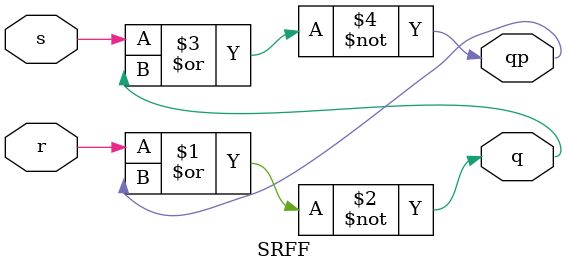
<source format=v>
`timescale 1ns / 1ps
module SRFF(
    output q,
    output qp,
    input s,
    input r
    );

    assign q = ~(r | qp);
    assign qp = ~(s | q);

endmodule

</source>
